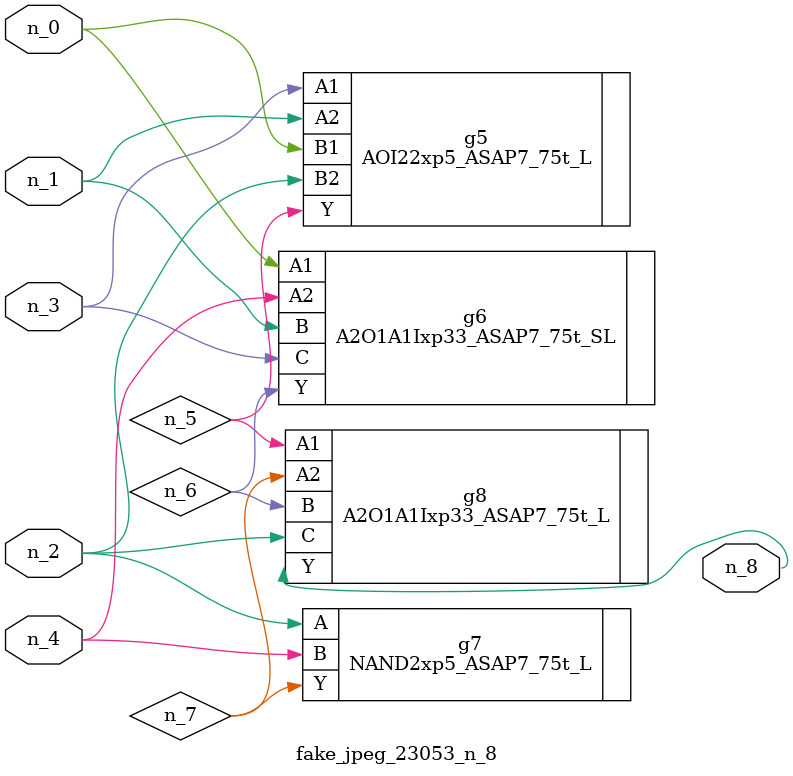
<source format=v>
module fake_jpeg_23053_n_8 (n_3, n_2, n_1, n_0, n_4, n_8);

input n_3;
input n_2;
input n_1;
input n_0;
input n_4;

output n_8;

wire n_6;
wire n_5;
wire n_7;

AOI22xp5_ASAP7_75t_L g5 ( 
.A1(n_3),
.A2(n_1),
.B1(n_0),
.B2(n_2),
.Y(n_5)
);

A2O1A1Ixp33_ASAP7_75t_SL g6 ( 
.A1(n_0),
.A2(n_4),
.B(n_1),
.C(n_3),
.Y(n_6)
);

NAND2xp5_ASAP7_75t_L g7 ( 
.A(n_2),
.B(n_4),
.Y(n_7)
);

A2O1A1Ixp33_ASAP7_75t_L g8 ( 
.A1(n_5),
.A2(n_7),
.B(n_6),
.C(n_2),
.Y(n_8)
);


endmodule
</source>
